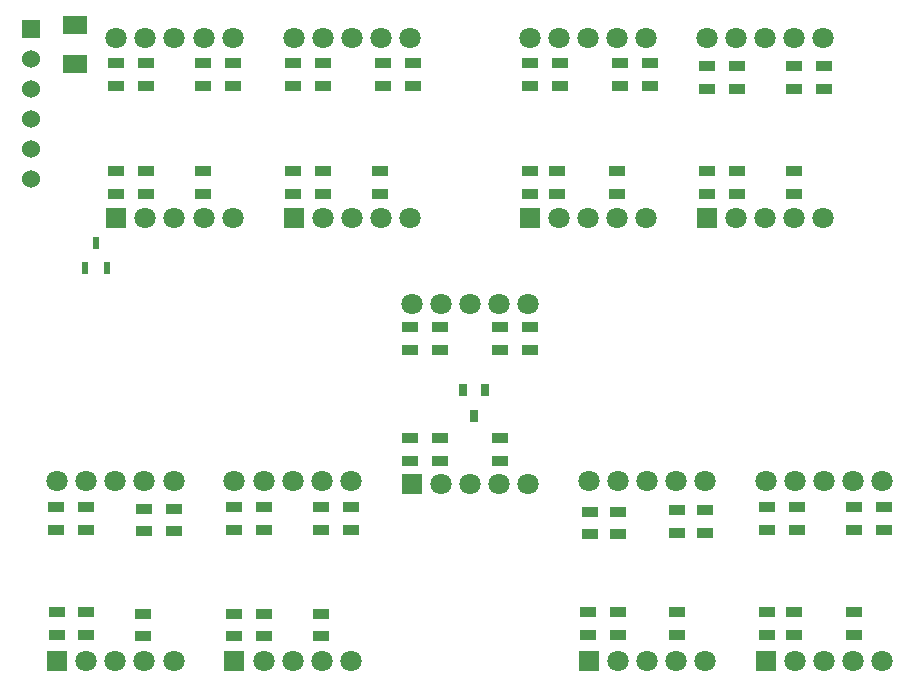
<source format=gbs>
G04 (created by PCBNEW (2013-07-07 BZR 4022)-stable) date 1/31/2015 10:55:12 PM*
%MOIN*%
G04 Gerber Fmt 3.4, Leading zero omitted, Abs format*
%FSLAX34Y34*%
G01*
G70*
G90*
G04 APERTURE LIST*
%ADD10C,0.00590551*%
%ADD11R,0.0315X0.0394*%
%ADD12R,0.0708661X0.0708661*%
%ADD13C,0.0708661*%
%ADD14R,0.08X0.06*%
%ADD15R,0.055X0.035*%
%ADD16R,0.06X0.06*%
%ADD17C,0.06*%
%ADD18R,0.0236X0.0394*%
G04 APERTURE END LIST*
G54D10*
G54D11*
X41450Y-32183D03*
X41825Y-31317D03*
X41075Y-31317D03*
G54D12*
X33464Y-40354D03*
G54D13*
X34433Y-40354D03*
X35401Y-40354D03*
X36370Y-40354D03*
X37338Y-40354D03*
X37338Y-34354D03*
X36370Y-34354D03*
X35401Y-34354D03*
X34433Y-34354D03*
X33464Y-34354D03*
G54D12*
X45275Y-40354D03*
G54D13*
X46244Y-40354D03*
X47212Y-40354D03*
X48181Y-40354D03*
X49149Y-40354D03*
X49149Y-34354D03*
X48181Y-34354D03*
X47212Y-34354D03*
X46244Y-34354D03*
X45275Y-34354D03*
G54D12*
X27559Y-40354D03*
G54D13*
X28527Y-40354D03*
X29496Y-40354D03*
X30464Y-40354D03*
X31433Y-40354D03*
X31433Y-34354D03*
X30464Y-34354D03*
X29496Y-34354D03*
X28527Y-34354D03*
X27559Y-34354D03*
G54D12*
X51181Y-40354D03*
G54D13*
X52149Y-40354D03*
X53118Y-40354D03*
X54086Y-40354D03*
X55055Y-40354D03*
X55055Y-34354D03*
X54086Y-34354D03*
X53118Y-34354D03*
X52149Y-34354D03*
X51181Y-34354D03*
G54D12*
X49212Y-25590D03*
G54D13*
X50181Y-25590D03*
X51149Y-25590D03*
X52118Y-25590D03*
X53086Y-25590D03*
X53086Y-19590D03*
X52118Y-19590D03*
X51149Y-19590D03*
X50181Y-19590D03*
X49212Y-19590D03*
G54D12*
X39370Y-34448D03*
G54D13*
X40338Y-34448D03*
X41307Y-34448D03*
X42275Y-34448D03*
X43244Y-34448D03*
X43244Y-28448D03*
X42275Y-28448D03*
X41307Y-28448D03*
X40338Y-28448D03*
X39370Y-28448D03*
G54D12*
X43307Y-25590D03*
G54D13*
X44275Y-25590D03*
X45244Y-25590D03*
X46212Y-25590D03*
X47181Y-25590D03*
X47181Y-19590D03*
X46212Y-19590D03*
X45244Y-19590D03*
X44275Y-19590D03*
X43307Y-19590D03*
G54D12*
X29527Y-25590D03*
G54D13*
X30496Y-25590D03*
X31464Y-25590D03*
X32433Y-25590D03*
X33401Y-25590D03*
X33401Y-19590D03*
X32433Y-19590D03*
X31464Y-19590D03*
X30496Y-19590D03*
X29527Y-19590D03*
G54D12*
X35433Y-25590D03*
G54D13*
X36401Y-25590D03*
X37370Y-25590D03*
X38338Y-25590D03*
X39307Y-25590D03*
X39307Y-19590D03*
X38338Y-19590D03*
X37370Y-19590D03*
X36401Y-19590D03*
X35433Y-19590D03*
G54D14*
X28150Y-20450D03*
X28150Y-19150D03*
G54D15*
X32400Y-21175D03*
X32400Y-20425D03*
X46250Y-38725D03*
X46250Y-39475D03*
X45250Y-38725D03*
X45250Y-39475D03*
X46250Y-36125D03*
X46250Y-35375D03*
X45300Y-36125D03*
X45300Y-35375D03*
X54100Y-35975D03*
X54100Y-35225D03*
X55100Y-35975D03*
X55100Y-35225D03*
X54100Y-38725D03*
X54100Y-39475D03*
X48200Y-38725D03*
X48200Y-39475D03*
X52100Y-38725D03*
X52100Y-39475D03*
X51200Y-38725D03*
X51200Y-39475D03*
X52200Y-35975D03*
X52200Y-35225D03*
X51200Y-35975D03*
X51200Y-35225D03*
X52100Y-21275D03*
X52100Y-20525D03*
X53100Y-21275D03*
X53100Y-20525D03*
X52100Y-24025D03*
X52100Y-24775D03*
X50200Y-24025D03*
X50200Y-24775D03*
X49200Y-24025D03*
X49200Y-24775D03*
X50200Y-21275D03*
X50200Y-20525D03*
X49200Y-21275D03*
X49200Y-20525D03*
X35400Y-24025D03*
X35400Y-24775D03*
X42300Y-29975D03*
X42300Y-29225D03*
X43300Y-21175D03*
X43300Y-20425D03*
X44300Y-21175D03*
X44300Y-20425D03*
X43300Y-24025D03*
X43300Y-24775D03*
X44200Y-24025D03*
X44200Y-24775D03*
X46200Y-24025D03*
X46200Y-24775D03*
X47300Y-21175D03*
X47300Y-20425D03*
X46300Y-21175D03*
X46300Y-20425D03*
X35400Y-21175D03*
X35400Y-20425D03*
X36400Y-21175D03*
X36400Y-20425D03*
X49150Y-36075D03*
X49150Y-35325D03*
X36400Y-24025D03*
X36400Y-24775D03*
X38300Y-24025D03*
X38300Y-24775D03*
X39400Y-21175D03*
X39400Y-20425D03*
X38400Y-21175D03*
X38400Y-20425D03*
X29500Y-21175D03*
X29500Y-20425D03*
X30500Y-21175D03*
X30500Y-20425D03*
X29500Y-24025D03*
X29500Y-24775D03*
X30500Y-24025D03*
X30500Y-24775D03*
X32400Y-24025D03*
X32400Y-24775D03*
X33400Y-21175D03*
X33400Y-20425D03*
X43300Y-29975D03*
X43300Y-29225D03*
X48200Y-36075D03*
X48200Y-35325D03*
X33450Y-35975D03*
X33450Y-35225D03*
X34450Y-35975D03*
X34450Y-35225D03*
X33450Y-38775D03*
X33450Y-39525D03*
X34450Y-38775D03*
X34450Y-39525D03*
X36350Y-38775D03*
X36350Y-39525D03*
X37350Y-35975D03*
X37350Y-35225D03*
X36350Y-35975D03*
X36350Y-35225D03*
X27500Y-35975D03*
X27500Y-35225D03*
X28500Y-35975D03*
X28500Y-35225D03*
X28500Y-38725D03*
X28500Y-39475D03*
X30400Y-38775D03*
X30400Y-39525D03*
X31450Y-36025D03*
X31450Y-35275D03*
X30450Y-36025D03*
X30450Y-35275D03*
X39300Y-29975D03*
X39300Y-29225D03*
X27550Y-38725D03*
X27550Y-39475D03*
X40300Y-29975D03*
X40300Y-29225D03*
X39300Y-32925D03*
X39300Y-33675D03*
X40300Y-32925D03*
X40300Y-33675D03*
X42300Y-32925D03*
X42300Y-33675D03*
G54D16*
X26675Y-19300D03*
G54D17*
X26675Y-20300D03*
X26675Y-21300D03*
X26675Y-22300D03*
X26675Y-23300D03*
X26675Y-24300D03*
G54D18*
X29225Y-27266D03*
X28850Y-26434D03*
X28475Y-27266D03*
M02*

</source>
